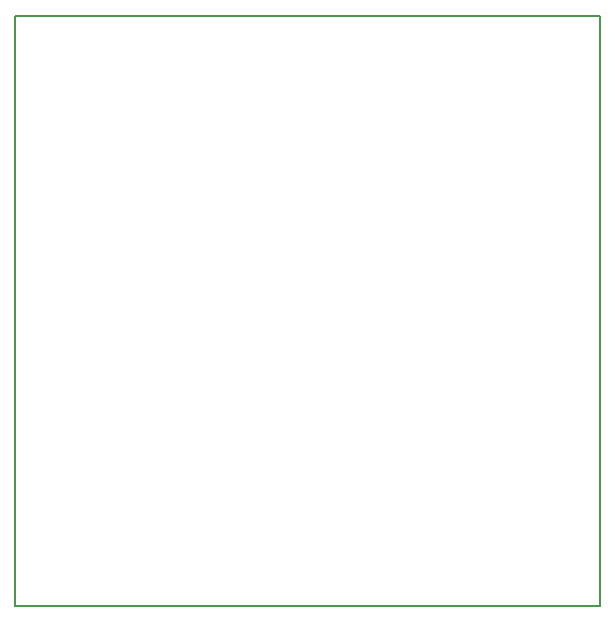
<source format=gbr>
G04 DipTrace 3.2.0.1*
G04 BoardOutline.gbr*
%MOIN*%
G04 #@! TF.FileFunction,Profile*
G04 #@! TF.Part,Single*
%ADD11C,0.005512*%
%FSLAX26Y26*%
G04*
G70*
G90*
G75*
G01*
G04 BoardOutline*
%LPD*%
X393701Y393701D2*
D11*
X2342520D1*
Y2362205D1*
X393701D1*
Y393701D1*
M02*

</source>
